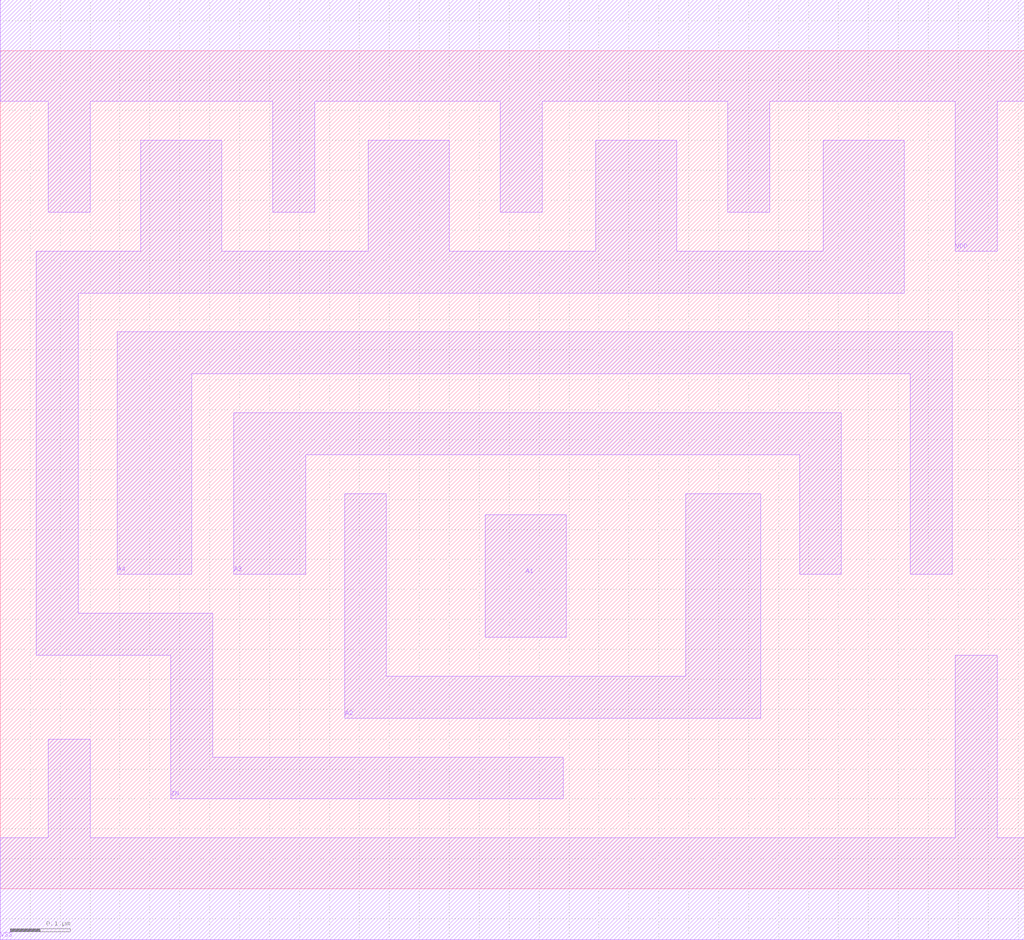
<source format=lef>
# 
# ******************************************************************************
# *                                                                            *
# *                   Copyright (C) 2004-2010, Nangate Inc.                    *
# *                           All rights reserved.                             *
# *                                                                            *
# * Nangate and the Nangate logo are trademarks of Nangate Inc.                *
# *                                                                            *
# * All trademarks, logos, software marks, and trade names (collectively the   *
# * "Marks") in this program are proprietary to Nangate or other respective    *
# * owners that have granted Nangate the right and license to use such Marks.  *
# * You are not permitted to use the Marks without the prior written consent   *
# * of Nangate or such third party that may own the Marks.                     *
# *                                                                            *
# * This file has been provided pursuant to a License Agreement containing     *
# * restrictions on its use. This file contains valuable trade secrets and     *
# * proprietary information of Nangate Inc., and is protected by U.S. and      *
# * international laws and/or treaties.                                        *
# *                                                                            *
# * The copyright notice(s) in this file does not indicate actual or intended  *
# * publication of this file.                                                  *
# *                                                                            *
# *     NGLibraryCreator, v2010.08-HR32-SP3-2010-08-05 - build 1009061800      *
# *                                                                            *
# ******************************************************************************
# 
# 
# Running on brazil06.nangate.com.br for user Giancarlo Franciscatto (gfr).
# Local time is now Fri, 3 Dec 2010, 19:32:18.
# Main process id is 27821.

VERSION 5.6 ;
BUSBITCHARS "[]" ;
DIVIDERCHAR "/" ;

MACRO NAND4_X2
  CLASS core ;
  FOREIGN NAND4_X2 0.0 0.0 ;
  ORIGIN 0 0 ;
  SYMMETRY X Y ;
  SITE FreePDK45_38x28_10R_NP_162NW_34O ;
  SIZE 1.71 BY 1.4 ;
  PIN A1
    DIRECTION INPUT ;
    ANTENNAPARTIALMETALAREA 0.027675 LAYER metal1 ;
    ANTENNAPARTIALMETALSIDEAREA 0.0884 LAYER metal1 ;
    ANTENNAGATEAREA 0.1045 ;
    PORT
      LAYER metal1 ;
        POLYGON 0.81 0.42 0.945 0.42 0.945 0.625 0.81 0.625  ;
    END
  END A1
  PIN A2
    DIRECTION INPUT ;
    ANTENNAPARTIALMETALAREA 0.108125 LAYER metal1 ;
    ANTENNAPARTIALMETALSIDEAREA 0.3575 LAYER metal1 ;
    ANTENNAGATEAREA 0.1045 ;
    PORT
      LAYER metal1 ;
        POLYGON 0.575 0.285 1.27 0.285 1.27 0.66 1.145 0.66 1.145 0.355 0.645 0.355 0.645 0.66 0.575 0.66  ;
    END
  END A2
  PIN A3
    DIRECTION INPUT ;
    ANTENNAPARTIALMETALAREA 0.10905 LAYER metal1 ;
    ANTENNAPARTIALMETALSIDEAREA 0.3861 LAYER metal1 ;
    ANTENNAGATEAREA 0.1045 ;
    PORT
      LAYER metal1 ;
        POLYGON 0.39 0.525 0.51 0.525 0.51 0.725 1.335 0.725 1.335 0.525 1.405 0.525 1.405 0.795 0.39 0.795  ;
    END
  END A3
  PIN A4
    DIRECTION INPUT ;
    ANTENNAPARTIALMETALAREA 0.162975 LAYER metal1 ;
    ANTENNAPARTIALMETALSIDEAREA 0.5551 LAYER metal1 ;
    ANTENNAGATEAREA 0.1045 ;
    PORT
      LAYER metal1 ;
        POLYGON 0.195 0.525 0.32 0.525 0.32 0.86 1.52 0.86 1.52 0.525 1.59 0.525 1.59 0.93 0.195 0.93  ;
    END
  END A4
  PIN ZN
    DIRECTION OUTPUT ;
    ANTENNAPARTIALMETALAREA 0.31725 LAYER metal1 ;
    ANTENNAPARTIALMETALSIDEAREA 1.0179 LAYER metal1 ;
    ANTENNADIFFAREA 0.4109 ;
    PORT
      LAYER metal1 ;
        POLYGON 0.13 0.995 1.51 0.995 1.51 1.25 1.375 1.25 1.375 1.065 1.13 1.065 1.13 1.25 0.995 1.25 0.995 1.065 0.75 1.065 0.75 1.25 0.615 1.25 0.615 1.065 0.37 1.065 0.37 1.25 0.235 1.25 0.235 1.065 0.06 1.065 0.06 0.39 0.285 0.39 0.285 0.15 0.94 0.15 0.94 0.22 0.355 0.22 0.355 0.46 0.13 0.46  ;
    END
  END ZN
  PIN VDD
    DIRECTION INOUT ;
    USE power ;
    SHAPE ABUTMENT ;
    PORT
      LAYER metal1 ;
        POLYGON 0 1.315 0.08 1.315 0.08 1.13 0.15 1.13 0.15 1.315 0.455 1.315 0.455 1.13 0.525 1.13 0.525 1.315 0.835 1.315 0.835 1.13 0.905 1.13 0.905 1.315 1.215 1.315 1.215 1.13 1.285 1.13 1.285 1.315 1.595 1.315 1.595 1.065 1.665 1.065 1.665 1.315 1.71 1.315 1.71 1.485 0 1.485  ;
    END
  END VDD
  PIN VSS
    DIRECTION INOUT ;
    USE ground ;
    SHAPE ABUTMENT ;
    PORT
      LAYER metal1 ;
        POLYGON 0 -0.085 1.71 -0.085 1.71 0.085 1.665 0.085 1.665 0.39 1.595 0.39 1.595 0.085 0.15 0.085 0.15 0.25 0.08 0.25 0.08 0.085 0 0.085  ;
    END
  END VSS
END NAND4_X2

END LIBRARY
#
# End of file
#

</source>
